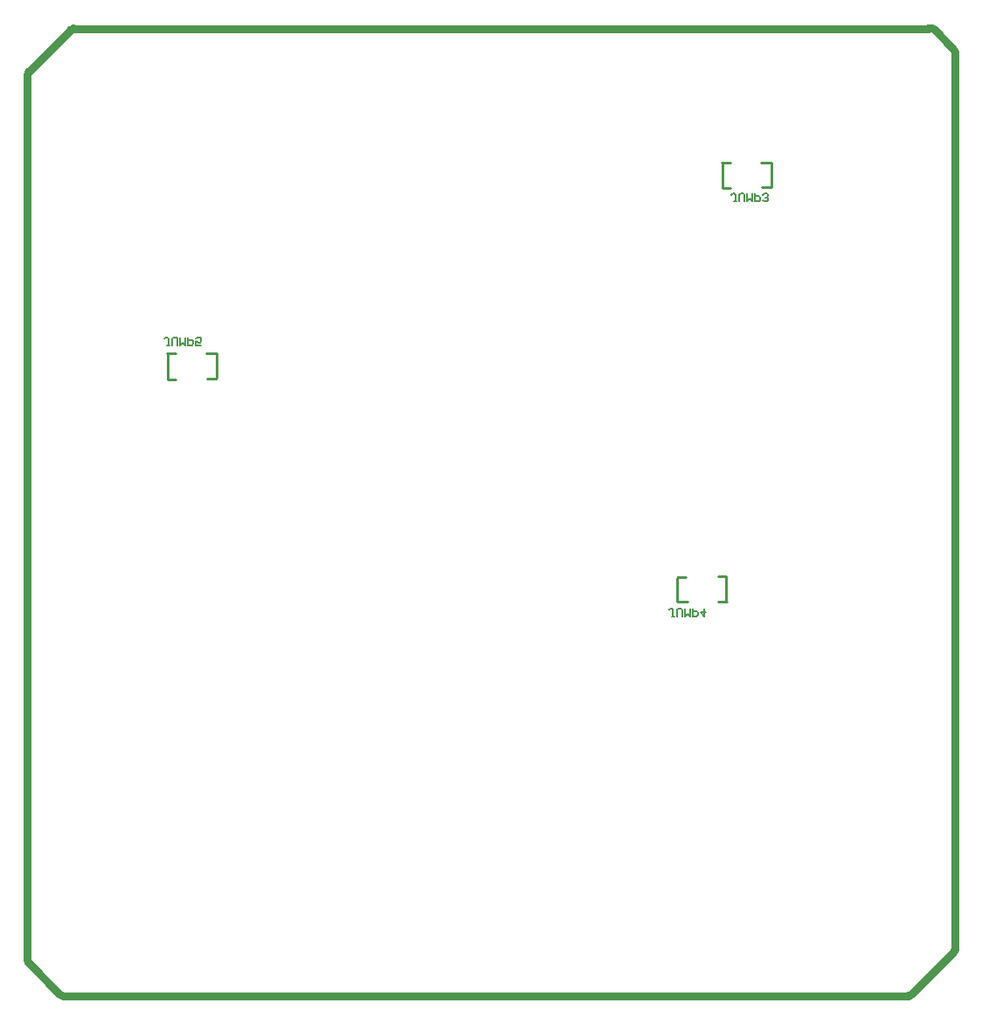
<source format=gbo>
G04 Layer_Color=32896*
%FSLAX43Y43*%
%MOMM*%
G71*
G01*
G75*
%ADD22C,0.762*%
%ADD23C,0.762*%
%ADD42C,0.254*%
%ADD64C,0.127*%
D22*
X3439Y925D02*
G03*
X3439Y924I270J269D01*
G01*
X3464Y899D02*
G03*
X3734Y787I270J269D01*
G01*
X305Y4216D02*
G03*
X417Y3947I381J0D01*
G01*
X305Y4216D02*
G03*
X416Y3947I381J0D01*
G01*
X3464Y899D02*
G03*
X3734Y787I269J269D01*
G01*
X416Y90236D02*
G03*
X305Y89967I269J-269D01*
G01*
X417Y90237D02*
G03*
X305Y89967I269J-270D01*
G01*
X4775Y94437D02*
G03*
X4505Y94325I0J-381D01*
G01*
X4775Y94437D02*
G03*
X4506Y94326I0J-381D01*
G01*
X85700Y787D02*
G03*
X85969Y899I0J381D01*
G01*
X85700Y787D02*
G03*
X85969Y899I0J381D01*
G01*
X90058Y4988D02*
G03*
X90170Y5258I-269J270D01*
G01*
X90058Y4988D02*
G03*
X90170Y5258I-269J269D01*
G01*
X88153Y94376D02*
G03*
X87694Y94437I-269J-269D01*
G01*
X88154Y94376D02*
G03*
X87694Y94437I-270J-269D01*
G01*
X90170Y92202D02*
G03*
X90058Y92471I-381J0D01*
G01*
X90170Y92202D02*
G03*
X90058Y92472I-381J0D01*
G01*
X3464Y899D02*
X3464Y899D01*
X3439Y924D02*
X3464Y899D01*
X3439Y924D02*
X3439Y924D01*
X3439Y925D02*
X3439Y924D01*
X417Y3947D02*
X3439Y925D01*
X416Y3947D02*
X417Y3947D01*
X3734Y787D02*
X84506D01*
X305Y4216D02*
Y89967D01*
X416Y90236D02*
X417Y90237D01*
X4505Y94325D01*
X4506Y94326D01*
X4775Y94437D02*
X4801D01*
X87694D01*
X84506Y787D02*
X85700D01*
X85969Y899D02*
X85969Y899D01*
X90058Y4988D01*
X90058Y4988D01*
X90170Y5258D02*
Y91821D01*
Y92202D01*
X90058Y92472D02*
X90058Y92471D01*
X88154Y94376D02*
X90058Y92472D01*
X88153Y94376D02*
X88154Y94376D01*
D23*
X3439Y924D02*
D03*
D42*
X71370Y81462D02*
X72395D01*
X72420Y81437D01*
X67570Y81462D02*
X67645Y81387D01*
X67570Y81462D02*
X68195D01*
X68220Y81437D01*
X68445D01*
X67645Y78962D02*
Y81387D01*
Y78962D02*
X68445D01*
X72395Y79112D02*
Y81462D01*
X72320Y79037D02*
X72395Y79112D01*
X71520Y79037D02*
X72320D01*
X63266Y38908D02*
X64291D01*
X63241Y38933D02*
X63266Y38908D01*
X68016Y38983D02*
X68091Y38908D01*
X67466D02*
X68091D01*
X67441Y38933D02*
X67466Y38908D01*
X67216Y38933D02*
X67441D01*
X68016Y38983D02*
Y41408D01*
X67216D02*
X68016D01*
X63266Y38908D02*
Y41258D01*
X63341Y41333D01*
X64141D01*
X17598Y62971D02*
X18623D01*
X18648Y62946D01*
X13798Y62971D02*
X13873Y62896D01*
X13798Y62971D02*
X14423D01*
X14448Y62946D01*
X14673D01*
X13873Y60471D02*
Y62896D01*
Y60471D02*
X14673D01*
X18623Y60621D02*
Y62971D01*
X18548Y60546D02*
X18623Y60621D01*
X17748Y60546D02*
X18548D01*
D64*
X14097Y63754D02*
X13843D01*
X13970D01*
Y64389D01*
X13843Y64516D01*
X13716D01*
X13589Y64389D01*
X14351Y63754D02*
Y64389D01*
X14478Y64516D01*
X14732D01*
X14859Y64389D01*
Y63754D01*
X15113Y64516D02*
Y63754D01*
X15366Y64008D01*
X15620Y63754D01*
Y64516D01*
X15874D02*
Y63754D01*
X16255D01*
X16382Y63881D01*
Y64135D01*
X16255Y64262D01*
X15874D01*
X17144Y63754D02*
X16636D01*
Y64135D01*
X16890Y64008D01*
X17017D01*
X17144Y64135D01*
Y64389D01*
X17017Y64516D01*
X16763D01*
X16636Y64389D01*
X62992Y37516D02*
X62738D01*
X62865D01*
Y38151D01*
X62738Y38278D01*
X62611D01*
X62484Y38151D01*
X63246Y37516D02*
Y38151D01*
X63373Y38278D01*
X63627D01*
X63754Y38151D01*
Y37516D01*
X64008Y38278D02*
Y37516D01*
X64261Y37770D01*
X64515Y37516D01*
Y38278D01*
X64769D02*
Y37516D01*
X65150D01*
X65277Y37643D01*
Y37897D01*
X65150Y38024D01*
X64769D01*
X65912Y38278D02*
Y37516D01*
X65531Y37897D01*
X66039D01*
X69037Y77699D02*
X68783D01*
X68910D01*
Y78334D01*
X68783Y78461D01*
X68656D01*
X68529Y78334D01*
X69291Y77699D02*
Y78334D01*
X69418Y78461D01*
X69672D01*
X69799Y78334D01*
Y77699D01*
X70053Y78461D02*
Y77699D01*
X70307Y77953D01*
X70561Y77699D01*
Y78461D01*
X70814D02*
Y77699D01*
X71195D01*
X71322Y77826D01*
Y78080D01*
X71195Y78207D01*
X70814D01*
X71576Y77826D02*
X71703Y77699D01*
X71957D01*
X72084Y77826D01*
Y77953D01*
X71957Y78080D01*
X71830D01*
X71957D01*
X72084Y78207D01*
Y78334D01*
X71957Y78461D01*
X71703D01*
X71576Y78334D01*
M02*

</source>
